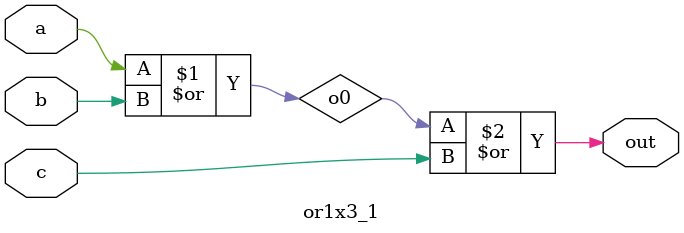
<source format=v>
module or1x3_1 (/*AUTOARG*/
   // Outputs
   out,
   // Inputs
   a, b, c
   ) ;
   input a, b, c;
   output out;
   wire   o0;

   or or0(o0, a, b);
   or or1(out, o0, c);

endmodule // or1x3_1

</source>
